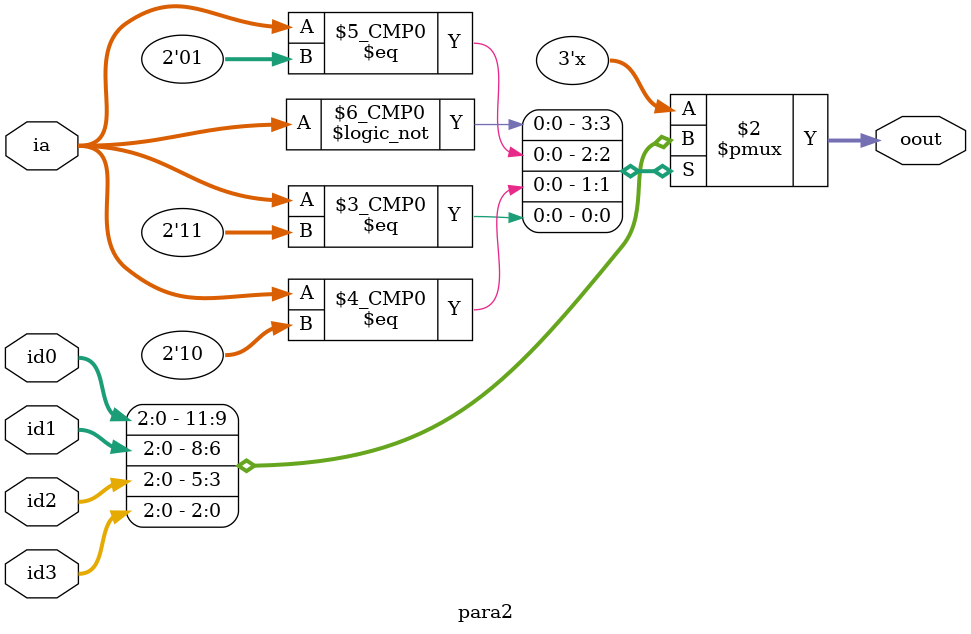
<source format=v>
`timescale 1ns / 1ps


module para2(
    input [1:0] ia,
    input [2:0] id0,
    input [2:0] id1,
    input [2:0] id2,
    input [2:0] id3,
    output reg [2:0] oout
);

always@(*)
    case(ia)
        2'b00: oout = id0;
        2'b01: oout = id1;
        2'b10: oout = id2;
        2'b11: oout = id3;
    endcase

endmodule

</source>
